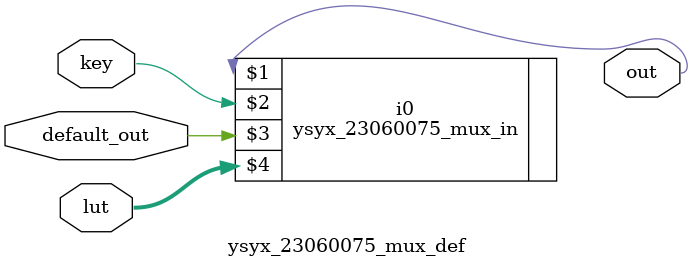
<source format=v>
module ysyx_23060075_mux_def #(
    parameter NR_KEY   = 2,
    parameter KEY_LEN  = 1,
    parameter DATA_LEN = 1
) (
    output [                   DATA_LEN-1:0] out,
    input  [                    KEY_LEN-1:0] key,
    input  [                   DATA_LEN-1:0] default_out,
    input  [NR_KEY*(KEY_LEN + DATA_LEN)-1:0] lut
);

    ysyx_23060075_mux_in #(NR_KEY, KEY_LEN, DATA_LEN, 1) i0 (
        out,
        key,
        default_out,
        lut
    );

endmodule

</source>
